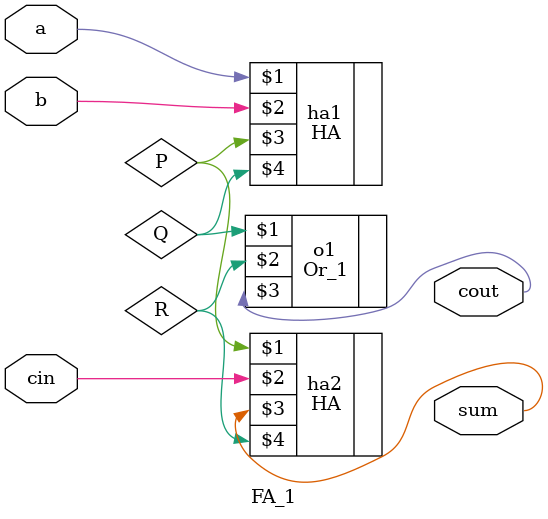
<source format=sv>
module FA_1(a, b, cin, sum, cout);
input logic a, b, cin;
output logic sum, cout;
logic P, R, Q;
HA ha1(a, b, P, Q);
HA ha2(P, cin, sum, R);
Or_1 o1(Q, R, cout);
endmodule

</source>
